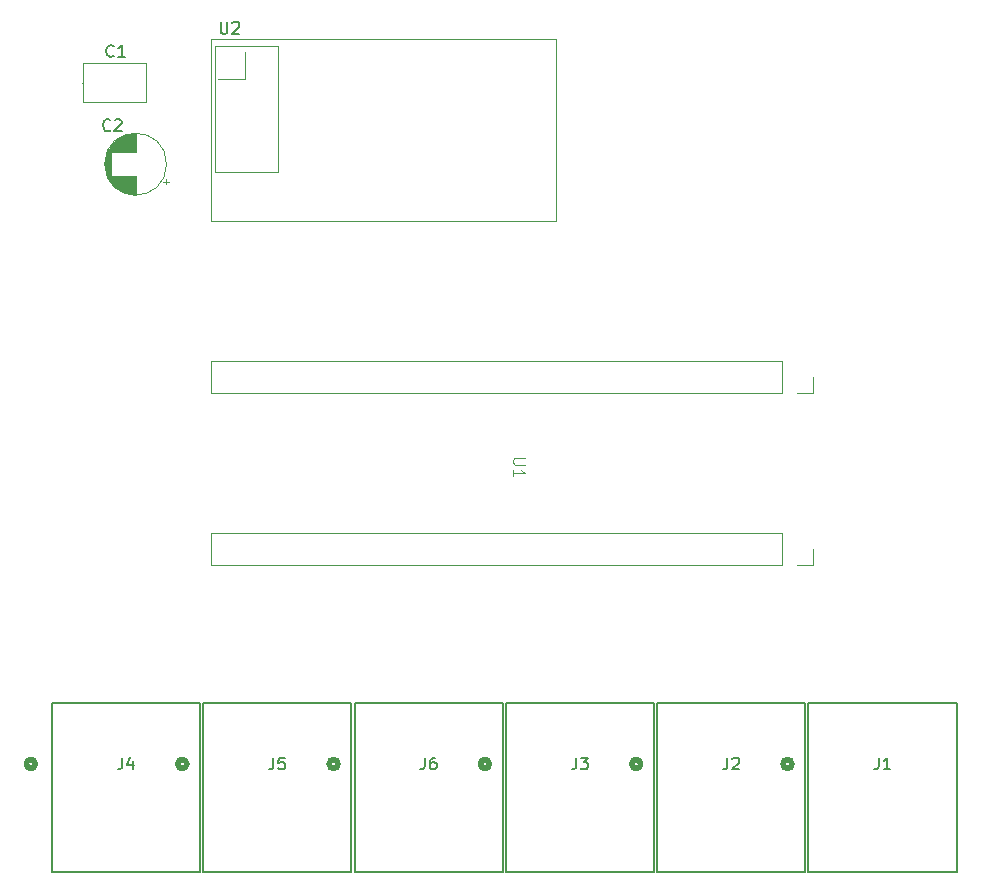
<source format=gbr>
%TF.GenerationSoftware,KiCad,Pcbnew,7.0.9*%
%TF.CreationDate,2024-01-09T15:56:44+02:00*%
%TF.ProjectId,PCB,5043422e-6b69-4636-9164-5f7063625858,rev?*%
%TF.SameCoordinates,Original*%
%TF.FileFunction,Legend,Top*%
%TF.FilePolarity,Positive*%
%FSLAX46Y46*%
G04 Gerber Fmt 4.6, Leading zero omitted, Abs format (unit mm)*
G04 Created by KiCad (PCBNEW 7.0.9) date 2024-01-09 15:56:44*
%MOMM*%
%LPD*%
G01*
G04 APERTURE LIST*
%ADD10C,0.150000*%
%ADD11C,0.100000*%
%ADD12C,0.152400*%
%ADD13C,0.508000*%
%ADD14C,0.120000*%
G04 APERTURE END LIST*
D10*
X224956666Y-143264819D02*
X224956666Y-143979104D01*
X224956666Y-143979104D02*
X224909047Y-144121961D01*
X224909047Y-144121961D02*
X224813809Y-144217200D01*
X224813809Y-144217200D02*
X224670952Y-144264819D01*
X224670952Y-144264819D02*
X224575714Y-144264819D01*
X225956666Y-144264819D02*
X225385238Y-144264819D01*
X225670952Y-144264819D02*
X225670952Y-143264819D01*
X225670952Y-143264819D02*
X225575714Y-143407676D01*
X225575714Y-143407676D02*
X225480476Y-143502914D01*
X225480476Y-143502914D02*
X225385238Y-143550533D01*
X160896666Y-143264819D02*
X160896666Y-143979104D01*
X160896666Y-143979104D02*
X160849047Y-144121961D01*
X160849047Y-144121961D02*
X160753809Y-144217200D01*
X160753809Y-144217200D02*
X160610952Y-144264819D01*
X160610952Y-144264819D02*
X160515714Y-144264819D01*
X161801428Y-143598152D02*
X161801428Y-144264819D01*
X161563333Y-143217200D02*
X161325238Y-143931485D01*
X161325238Y-143931485D02*
X161944285Y-143931485D01*
X160183333Y-83839580D02*
X160135714Y-83887200D01*
X160135714Y-83887200D02*
X159992857Y-83934819D01*
X159992857Y-83934819D02*
X159897619Y-83934819D01*
X159897619Y-83934819D02*
X159754762Y-83887200D01*
X159754762Y-83887200D02*
X159659524Y-83791961D01*
X159659524Y-83791961D02*
X159611905Y-83696723D01*
X159611905Y-83696723D02*
X159564286Y-83506247D01*
X159564286Y-83506247D02*
X159564286Y-83363390D01*
X159564286Y-83363390D02*
X159611905Y-83172914D01*
X159611905Y-83172914D02*
X159659524Y-83077676D01*
X159659524Y-83077676D02*
X159754762Y-82982438D01*
X159754762Y-82982438D02*
X159897619Y-82934819D01*
X159897619Y-82934819D02*
X159992857Y-82934819D01*
X159992857Y-82934819D02*
X160135714Y-82982438D01*
X160135714Y-82982438D02*
X160183333Y-83030057D01*
X161135714Y-83934819D02*
X160564286Y-83934819D01*
X160850000Y-83934819D02*
X160850000Y-82934819D01*
X160850000Y-82934819D02*
X160754762Y-83077676D01*
X160754762Y-83077676D02*
X160659524Y-83172914D01*
X160659524Y-83172914D02*
X160564286Y-83220533D01*
X173711766Y-143264819D02*
X173711766Y-143979104D01*
X173711766Y-143979104D02*
X173664147Y-144121961D01*
X173664147Y-144121961D02*
X173568909Y-144217200D01*
X173568909Y-144217200D02*
X173426052Y-144264819D01*
X173426052Y-144264819D02*
X173330814Y-144264819D01*
X174664147Y-143264819D02*
X174187957Y-143264819D01*
X174187957Y-143264819D02*
X174140338Y-143741009D01*
X174140338Y-143741009D02*
X174187957Y-143693390D01*
X174187957Y-143693390D02*
X174283195Y-143645771D01*
X174283195Y-143645771D02*
X174521290Y-143645771D01*
X174521290Y-143645771D02*
X174616528Y-143693390D01*
X174616528Y-143693390D02*
X174664147Y-143741009D01*
X174664147Y-143741009D02*
X174711766Y-143836247D01*
X174711766Y-143836247D02*
X174711766Y-144074342D01*
X174711766Y-144074342D02*
X174664147Y-144169580D01*
X174664147Y-144169580D02*
X174616528Y-144217200D01*
X174616528Y-144217200D02*
X174521290Y-144264819D01*
X174521290Y-144264819D02*
X174283195Y-144264819D01*
X174283195Y-144264819D02*
X174187957Y-144217200D01*
X174187957Y-144217200D02*
X174140338Y-144169580D01*
X212146666Y-143264819D02*
X212146666Y-143979104D01*
X212146666Y-143979104D02*
X212099047Y-144121961D01*
X212099047Y-144121961D02*
X212003809Y-144217200D01*
X212003809Y-144217200D02*
X211860952Y-144264819D01*
X211860952Y-144264819D02*
X211765714Y-144264819D01*
X212575238Y-143360057D02*
X212622857Y-143312438D01*
X212622857Y-143312438D02*
X212718095Y-143264819D01*
X212718095Y-143264819D02*
X212956190Y-143264819D01*
X212956190Y-143264819D02*
X213051428Y-143312438D01*
X213051428Y-143312438D02*
X213099047Y-143360057D01*
X213099047Y-143360057D02*
X213146666Y-143455295D01*
X213146666Y-143455295D02*
X213146666Y-143550533D01*
X213146666Y-143550533D02*
X213099047Y-143693390D01*
X213099047Y-143693390D02*
X212527619Y-144264819D01*
X212527619Y-144264819D02*
X213146666Y-144264819D01*
D11*
X194992580Y-117893095D02*
X194183057Y-117893095D01*
X194183057Y-117893095D02*
X194087819Y-117940714D01*
X194087819Y-117940714D02*
X194040200Y-117988333D01*
X194040200Y-117988333D02*
X193992580Y-118083571D01*
X193992580Y-118083571D02*
X193992580Y-118274047D01*
X193992580Y-118274047D02*
X194040200Y-118369285D01*
X194040200Y-118369285D02*
X194087819Y-118416904D01*
X194087819Y-118416904D02*
X194183057Y-118464523D01*
X194183057Y-118464523D02*
X194992580Y-118464523D01*
X193992580Y-119464523D02*
X193992580Y-118893095D01*
X193992580Y-119178809D02*
X194992580Y-119178809D01*
X194992580Y-119178809D02*
X194849723Y-119083571D01*
X194849723Y-119083571D02*
X194754485Y-118988333D01*
X194754485Y-118988333D02*
X194706866Y-118893095D01*
D10*
X169238095Y-80974819D02*
X169238095Y-81784342D01*
X169238095Y-81784342D02*
X169285714Y-81879580D01*
X169285714Y-81879580D02*
X169333333Y-81927200D01*
X169333333Y-81927200D02*
X169428571Y-81974819D01*
X169428571Y-81974819D02*
X169619047Y-81974819D01*
X169619047Y-81974819D02*
X169714285Y-81927200D01*
X169714285Y-81927200D02*
X169761904Y-81879580D01*
X169761904Y-81879580D02*
X169809523Y-81784342D01*
X169809523Y-81784342D02*
X169809523Y-80974819D01*
X170238095Y-81070057D02*
X170285714Y-81022438D01*
X170285714Y-81022438D02*
X170380952Y-80974819D01*
X170380952Y-80974819D02*
X170619047Y-80974819D01*
X170619047Y-80974819D02*
X170714285Y-81022438D01*
X170714285Y-81022438D02*
X170761904Y-81070057D01*
X170761904Y-81070057D02*
X170809523Y-81165295D01*
X170809523Y-81165295D02*
X170809523Y-81260533D01*
X170809523Y-81260533D02*
X170761904Y-81403390D01*
X170761904Y-81403390D02*
X170190476Y-81974819D01*
X170190476Y-81974819D02*
X170809523Y-81974819D01*
X159903333Y-90129580D02*
X159855714Y-90177200D01*
X159855714Y-90177200D02*
X159712857Y-90224819D01*
X159712857Y-90224819D02*
X159617619Y-90224819D01*
X159617619Y-90224819D02*
X159474762Y-90177200D01*
X159474762Y-90177200D02*
X159379524Y-90081961D01*
X159379524Y-90081961D02*
X159331905Y-89986723D01*
X159331905Y-89986723D02*
X159284286Y-89796247D01*
X159284286Y-89796247D02*
X159284286Y-89653390D01*
X159284286Y-89653390D02*
X159331905Y-89462914D01*
X159331905Y-89462914D02*
X159379524Y-89367676D01*
X159379524Y-89367676D02*
X159474762Y-89272438D01*
X159474762Y-89272438D02*
X159617619Y-89224819D01*
X159617619Y-89224819D02*
X159712857Y-89224819D01*
X159712857Y-89224819D02*
X159855714Y-89272438D01*
X159855714Y-89272438D02*
X159903333Y-89320057D01*
X160284286Y-89320057D02*
X160331905Y-89272438D01*
X160331905Y-89272438D02*
X160427143Y-89224819D01*
X160427143Y-89224819D02*
X160665238Y-89224819D01*
X160665238Y-89224819D02*
X160760476Y-89272438D01*
X160760476Y-89272438D02*
X160808095Y-89320057D01*
X160808095Y-89320057D02*
X160855714Y-89415295D01*
X160855714Y-89415295D02*
X160855714Y-89510533D01*
X160855714Y-89510533D02*
X160808095Y-89653390D01*
X160808095Y-89653390D02*
X160236667Y-90224819D01*
X160236667Y-90224819D02*
X160855714Y-90224819D01*
X186526666Y-143264819D02*
X186526666Y-143979104D01*
X186526666Y-143979104D02*
X186479047Y-144121961D01*
X186479047Y-144121961D02*
X186383809Y-144217200D01*
X186383809Y-144217200D02*
X186240952Y-144264819D01*
X186240952Y-144264819D02*
X186145714Y-144264819D01*
X187431428Y-143264819D02*
X187240952Y-143264819D01*
X187240952Y-143264819D02*
X187145714Y-143312438D01*
X187145714Y-143312438D02*
X187098095Y-143360057D01*
X187098095Y-143360057D02*
X187002857Y-143502914D01*
X187002857Y-143502914D02*
X186955238Y-143693390D01*
X186955238Y-143693390D02*
X186955238Y-144074342D01*
X186955238Y-144074342D02*
X187002857Y-144169580D01*
X187002857Y-144169580D02*
X187050476Y-144217200D01*
X187050476Y-144217200D02*
X187145714Y-144264819D01*
X187145714Y-144264819D02*
X187336190Y-144264819D01*
X187336190Y-144264819D02*
X187431428Y-144217200D01*
X187431428Y-144217200D02*
X187479047Y-144169580D01*
X187479047Y-144169580D02*
X187526666Y-144074342D01*
X187526666Y-144074342D02*
X187526666Y-143836247D01*
X187526666Y-143836247D02*
X187479047Y-143741009D01*
X187479047Y-143741009D02*
X187431428Y-143693390D01*
X187431428Y-143693390D02*
X187336190Y-143645771D01*
X187336190Y-143645771D02*
X187145714Y-143645771D01*
X187145714Y-143645771D02*
X187050476Y-143693390D01*
X187050476Y-143693390D02*
X187002857Y-143741009D01*
X187002857Y-143741009D02*
X186955238Y-143836247D01*
X199336666Y-143264819D02*
X199336666Y-143979104D01*
X199336666Y-143979104D02*
X199289047Y-144121961D01*
X199289047Y-144121961D02*
X199193809Y-144217200D01*
X199193809Y-144217200D02*
X199050952Y-144264819D01*
X199050952Y-144264819D02*
X198955714Y-144264819D01*
X199717619Y-143264819D02*
X200336666Y-143264819D01*
X200336666Y-143264819D02*
X200003333Y-143645771D01*
X200003333Y-143645771D02*
X200146190Y-143645771D01*
X200146190Y-143645771D02*
X200241428Y-143693390D01*
X200241428Y-143693390D02*
X200289047Y-143741009D01*
X200289047Y-143741009D02*
X200336666Y-143836247D01*
X200336666Y-143836247D02*
X200336666Y-144074342D01*
X200336666Y-144074342D02*
X200289047Y-144169580D01*
X200289047Y-144169580D02*
X200241428Y-144217200D01*
X200241428Y-144217200D02*
X200146190Y-144264819D01*
X200146190Y-144264819D02*
X199860476Y-144264819D01*
X199860476Y-144264819D02*
X199765238Y-144217200D01*
X199765238Y-144217200D02*
X199717619Y-144169580D01*
D12*
%TO.C,J1*%
X219013000Y-138683000D02*
X219013000Y-152936999D01*
X219013000Y-152936999D02*
X231567001Y-152936999D01*
X231567001Y-138683000D02*
X219013000Y-138683000D01*
X231567001Y-152936999D02*
X231567001Y-138683000D01*
D13*
X217616000Y-143810000D02*
G75*
G03*
X217616000Y-143810000I-381000J0D01*
G01*
D12*
%TO.C,J4*%
X154953000Y-138683000D02*
X154953000Y-152936999D01*
X154953000Y-152936999D02*
X167507001Y-152936999D01*
X167507001Y-138683000D02*
X154953000Y-138683000D01*
X167507001Y-152936999D02*
X167507001Y-138683000D01*
D13*
X153556000Y-143810000D02*
G75*
G03*
X153556000Y-143810000I-381000J0D01*
G01*
D14*
%TO.C,C1*%
X162950000Y-86120000D02*
X162910000Y-86120000D01*
X162910000Y-87790000D02*
X162910000Y-84450000D01*
X162910000Y-84450000D02*
X157570000Y-84450000D01*
X157570000Y-87790000D02*
X162910000Y-87790000D01*
X157570000Y-84450000D02*
X157570000Y-87790000D01*
X157530000Y-86120000D02*
X157570000Y-86120000D01*
D12*
%TO.C,J5*%
X167768100Y-138683000D02*
X167768100Y-152936999D01*
X167768100Y-152936999D02*
X180322101Y-152936999D01*
X180322101Y-138683000D02*
X167768100Y-138683000D01*
X180322101Y-152936999D02*
X180322101Y-138683000D01*
D13*
X166371100Y-143810000D02*
G75*
G03*
X166371100Y-143810000I-381000J0D01*
G01*
D12*
%TO.C,J2*%
X206203000Y-138683000D02*
X206203000Y-152936999D01*
X206203000Y-152936999D02*
X218757001Y-152936999D01*
X218757001Y-138683000D02*
X206203000Y-138683000D01*
X218757001Y-152936999D02*
X218757001Y-138683000D01*
D13*
X204806000Y-143810000D02*
G75*
G03*
X204806000Y-143810000I-381000J0D01*
G01*
D14*
%TO.C,U1*%
X216780000Y-109705000D02*
X168460000Y-109705000D01*
X216780000Y-109705000D02*
X216780000Y-112365000D01*
X168460000Y-109705000D02*
X168460000Y-112365000D01*
X219380000Y-111035000D02*
X219380000Y-112365000D01*
X219380000Y-112365000D02*
X218050000Y-112365000D01*
X216780000Y-112365000D02*
X168460000Y-112365000D01*
X216780000Y-124280000D02*
X168460000Y-124280000D01*
X216780000Y-124280000D02*
X216780000Y-126940000D01*
X168460000Y-124280000D02*
X168460000Y-126940000D01*
X219380000Y-125610000D02*
X219380000Y-126940000D01*
X219380000Y-126940000D02*
X218050000Y-126940000D01*
X216780000Y-126940000D02*
X168460000Y-126940000D01*
%TO.C,U2*%
X168400000Y-82420000D02*
X168400000Y-82420000D01*
X168400000Y-82420000D02*
X197600000Y-82420000D01*
X168400000Y-97870000D02*
X168400000Y-82420000D01*
X168730000Y-82996000D02*
X168730000Y-82996000D01*
X168730000Y-82996000D02*
X174064000Y-82996000D01*
X168730000Y-93664000D02*
X168730000Y-82996000D01*
X168730000Y-93664000D02*
X168730000Y-93664000D01*
X168984000Y-85790000D02*
X168984000Y-85790000D01*
X171270000Y-83504000D02*
X171270000Y-85790000D01*
X171270000Y-85790000D02*
X168984000Y-85790000D01*
X174064000Y-82996000D02*
X174064000Y-93664000D01*
X174064000Y-93664000D02*
X168730000Y-93664000D01*
X197600000Y-82420000D02*
X197600000Y-97870000D01*
X197600000Y-97870000D02*
X168400000Y-97870000D01*
%TO.C,C2*%
X164844775Y-94495000D02*
X164344775Y-94495000D01*
X164594775Y-94745000D02*
X164594775Y-94245000D01*
X162040000Y-95600000D02*
X162040000Y-94060000D01*
X162040000Y-91980000D02*
X162040000Y-90440000D01*
X162000000Y-95600000D02*
X162000000Y-94060000D01*
X162000000Y-91980000D02*
X162000000Y-90440000D01*
X161960000Y-95599000D02*
X161960000Y-94060000D01*
X161960000Y-91980000D02*
X161960000Y-90441000D01*
X161920000Y-95598000D02*
X161920000Y-94060000D01*
X161920000Y-91980000D02*
X161920000Y-90442000D01*
X161880000Y-95596000D02*
X161880000Y-94060000D01*
X161880000Y-91980000D02*
X161880000Y-90444000D01*
X161840000Y-95593000D02*
X161840000Y-94060000D01*
X161840000Y-91980000D02*
X161840000Y-90447000D01*
X161800000Y-95589000D02*
X161800000Y-94060000D01*
X161800000Y-91980000D02*
X161800000Y-90451000D01*
X161760000Y-95585000D02*
X161760000Y-94060000D01*
X161760000Y-91980000D02*
X161760000Y-90455000D01*
X161720000Y-95581000D02*
X161720000Y-94060000D01*
X161720000Y-91980000D02*
X161720000Y-90459000D01*
X161680000Y-95576000D02*
X161680000Y-94060000D01*
X161680000Y-91980000D02*
X161680000Y-90464000D01*
X161640000Y-95570000D02*
X161640000Y-94060000D01*
X161640000Y-91980000D02*
X161640000Y-90470000D01*
X161600000Y-95563000D02*
X161600000Y-94060000D01*
X161600000Y-91980000D02*
X161600000Y-90477000D01*
X161560000Y-95556000D02*
X161560000Y-94060000D01*
X161560000Y-91980000D02*
X161560000Y-90484000D01*
X161520000Y-95548000D02*
X161520000Y-94060000D01*
X161520000Y-91980000D02*
X161520000Y-90492000D01*
X161480000Y-95540000D02*
X161480000Y-94060000D01*
X161480000Y-91980000D02*
X161480000Y-90500000D01*
X161440000Y-95531000D02*
X161440000Y-94060000D01*
X161440000Y-91980000D02*
X161440000Y-90509000D01*
X161400000Y-95521000D02*
X161400000Y-94060000D01*
X161400000Y-91980000D02*
X161400000Y-90519000D01*
X161360000Y-95511000D02*
X161360000Y-94060000D01*
X161360000Y-91980000D02*
X161360000Y-90529000D01*
X161319000Y-95500000D02*
X161319000Y-94060000D01*
X161319000Y-91980000D02*
X161319000Y-90540000D01*
X161279000Y-95488000D02*
X161279000Y-94060000D01*
X161279000Y-91980000D02*
X161279000Y-90552000D01*
X161239000Y-95475000D02*
X161239000Y-94060000D01*
X161239000Y-91980000D02*
X161239000Y-90565000D01*
X161199000Y-95462000D02*
X161199000Y-94060000D01*
X161199000Y-91980000D02*
X161199000Y-90578000D01*
X161159000Y-95448000D02*
X161159000Y-94060000D01*
X161159000Y-91980000D02*
X161159000Y-90592000D01*
X161119000Y-95434000D02*
X161119000Y-94060000D01*
X161119000Y-91980000D02*
X161119000Y-90606000D01*
X161079000Y-95418000D02*
X161079000Y-94060000D01*
X161079000Y-91980000D02*
X161079000Y-90622000D01*
X161039000Y-95402000D02*
X161039000Y-94060000D01*
X161039000Y-91980000D02*
X161039000Y-90638000D01*
X160999000Y-95385000D02*
X160999000Y-94060000D01*
X160999000Y-91980000D02*
X160999000Y-90655000D01*
X160959000Y-95368000D02*
X160959000Y-94060000D01*
X160959000Y-91980000D02*
X160959000Y-90672000D01*
X160919000Y-95349000D02*
X160919000Y-94060000D01*
X160919000Y-91980000D02*
X160919000Y-90691000D01*
X160879000Y-95330000D02*
X160879000Y-94060000D01*
X160879000Y-91980000D02*
X160879000Y-90710000D01*
X160839000Y-95310000D02*
X160839000Y-94060000D01*
X160839000Y-91980000D02*
X160839000Y-90730000D01*
X160799000Y-95288000D02*
X160799000Y-94060000D01*
X160799000Y-91980000D02*
X160799000Y-90752000D01*
X160759000Y-95267000D02*
X160759000Y-94060000D01*
X160759000Y-91980000D02*
X160759000Y-90773000D01*
X160719000Y-95244000D02*
X160719000Y-94060000D01*
X160719000Y-91980000D02*
X160719000Y-90796000D01*
X160679000Y-95220000D02*
X160679000Y-94060000D01*
X160679000Y-91980000D02*
X160679000Y-90820000D01*
X160639000Y-95195000D02*
X160639000Y-94060000D01*
X160639000Y-91980000D02*
X160639000Y-90845000D01*
X160599000Y-95169000D02*
X160599000Y-94060000D01*
X160599000Y-91980000D02*
X160599000Y-90871000D01*
X160559000Y-95142000D02*
X160559000Y-94060000D01*
X160559000Y-91980000D02*
X160559000Y-90898000D01*
X160519000Y-95115000D02*
X160519000Y-94060000D01*
X160519000Y-91980000D02*
X160519000Y-90925000D01*
X160479000Y-95085000D02*
X160479000Y-94060000D01*
X160479000Y-91980000D02*
X160479000Y-90955000D01*
X160439000Y-95055000D02*
X160439000Y-94060000D01*
X160439000Y-91980000D02*
X160439000Y-90985000D01*
X160399000Y-95024000D02*
X160399000Y-94060000D01*
X160399000Y-91980000D02*
X160399000Y-91016000D01*
X160359000Y-94991000D02*
X160359000Y-94060000D01*
X160359000Y-91980000D02*
X160359000Y-91049000D01*
X160319000Y-94957000D02*
X160319000Y-94060000D01*
X160319000Y-91980000D02*
X160319000Y-91083000D01*
X160279000Y-94921000D02*
X160279000Y-94060000D01*
X160279000Y-91980000D02*
X160279000Y-91119000D01*
X160239000Y-94884000D02*
X160239000Y-94060000D01*
X160239000Y-91980000D02*
X160239000Y-91156000D01*
X160199000Y-94846000D02*
X160199000Y-94060000D01*
X160199000Y-91980000D02*
X160199000Y-91194000D01*
X160159000Y-94805000D02*
X160159000Y-94060000D01*
X160159000Y-91980000D02*
X160159000Y-91235000D01*
X160119000Y-94763000D02*
X160119000Y-94060000D01*
X160119000Y-91980000D02*
X160119000Y-91277000D01*
X160079000Y-94719000D02*
X160079000Y-94060000D01*
X160079000Y-91980000D02*
X160079000Y-91321000D01*
X160039000Y-94673000D02*
X160039000Y-94060000D01*
X160039000Y-91980000D02*
X160039000Y-91367000D01*
X159999000Y-94625000D02*
X159999000Y-91415000D01*
X159959000Y-94574000D02*
X159959000Y-91466000D01*
X159919000Y-94520000D02*
X159919000Y-91520000D01*
X159879000Y-94463000D02*
X159879000Y-91577000D01*
X159839000Y-94403000D02*
X159839000Y-91637000D01*
X159799000Y-94339000D02*
X159799000Y-91701000D01*
X159759000Y-94271000D02*
X159759000Y-91769000D01*
X159719000Y-94198000D02*
X159719000Y-91842000D01*
X159679000Y-94118000D02*
X159679000Y-91922000D01*
X159639000Y-94031000D02*
X159639000Y-92009000D01*
X159599000Y-93935000D02*
X159599000Y-92105000D01*
X159559000Y-93825000D02*
X159559000Y-92215000D01*
X159519000Y-93697000D02*
X159519000Y-92343000D01*
X159479000Y-93538000D02*
X159479000Y-92502000D01*
X159439000Y-93304000D02*
X159439000Y-92736000D01*
X164660000Y-93020000D02*
G75*
G03*
X164660000Y-93020000I-2620000J0D01*
G01*
D12*
%TO.C,J6*%
X180583000Y-138683000D02*
X180583000Y-152936999D01*
X180583000Y-152936999D02*
X193137001Y-152936999D01*
X193137001Y-138683000D02*
X180583000Y-138683000D01*
X193137001Y-152936999D02*
X193137001Y-138683000D01*
D13*
X179186000Y-143810000D02*
G75*
G03*
X179186000Y-143810000I-381000J0D01*
G01*
D12*
%TO.C,J3*%
X193393000Y-138683000D02*
X193393000Y-152936999D01*
X193393000Y-152936999D02*
X205947001Y-152936999D01*
X205947001Y-138683000D02*
X193393000Y-138683000D01*
X205947001Y-152936999D02*
X205947001Y-138683000D01*
D13*
X191996000Y-143810000D02*
G75*
G03*
X191996000Y-143810000I-381000J0D01*
G01*
%TD*%
M02*

</source>
